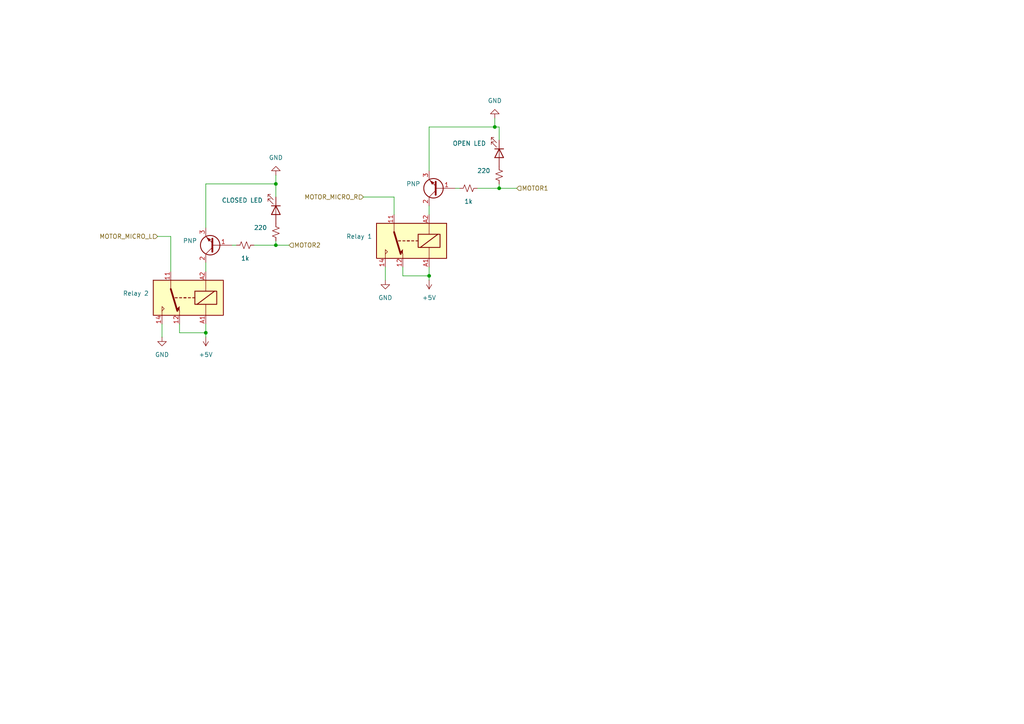
<source format=kicad_sch>
(kicad_sch (version 20231120) (generator "eeschema") (generator_version "8.0")
  (paper "A4")
  (lib_symbols
    (symbol "Device:LED" (pin_numbers hide) (pin_names (offset 1.016) hide)
      (property "Reference" "D" (at 0 2.54 0))
      (property "Value" "LED" (at 0 -2.54 0))
      (symbol "LED_0_1"
        (polyline (pts (xy -1.27 -1.27) (xy -1.27 1.27)) (stroke (width 0.254)))
        (polyline (pts (xy -1.27 0) (xy 1.27 0)))
        (polyline (pts (xy 1.27 -1.27) (xy 1.27 1.27) (xy -1.27 0) (xy 1.27 -1.27)) (stroke (width 0.254)))
        (polyline (pts (xy -3.048 -0.762) (xy -4.572 -2.286) (xy -3.81 -2.286) (xy -4.572 -2.286) (xy -4.572 -1.524)))
        (polyline (pts (xy -1.778 -0.762) (xy -3.302 -2.286) (xy -2.54 -2.286) (xy -3.302 -2.286) (xy -3.302 -1.524)))
      )
      (symbol "LED_1_1"
        (pin passive line (at -3.81 0 0) (length 2.54) (name "K") (number "1"))
        (pin passive line (at 3.81 0 180) (length 2.54) (name "A") (number "2"))
      )
    )
    (symbol "Device:R_Small_US" (pin_numbers hide) (pin_names (offset 0.254) hide)
      (property "Reference" "R" (at 0.762 0.508 0))
      (property "Value" "R_Small_US" (at 0.762 -1.016 0))
      (symbol "R_Small_US_1_1"
        (polyline (pts (xy 0 0) (xy 1.016 -0.381) (xy 0 -0.762) (xy -1.016 -1.143) (xy 0 -1.524)))
        (polyline (pts (xy 0 1.524) (xy 1.016 1.143) (xy 0 0.762) (xy -1.016 0.381) (xy 0 0)))
        (pin passive line (at 0 2.54 270) (length 1.016) (name "~") (number "1"))
        (pin passive line (at 0 -2.54 90) (length 1.016) (name "~") (number "2"))
      )
    )
    (symbol "Relay:FINDER-36.11"
      (property "Reference" "K" (at 11.43 3.81 0))
      (property "Value" "FINDER-36.11" (at 11.43 1.27 0))
      (symbol "FINDER-36.11_0_0"
        (polyline (pts (xy 2.54 3.81) (xy 2.54 5.08)))
        (polyline (pts (xy 7.62 3.81) (xy 7.62 5.08)))
        (polyline (pts (xy 7.62 3.81) (xy 7.62 2.54) (xy 6.985 3.175) (xy 7.62 3.81)))
      )
      (symbol "FINDER-36.11_0_1"
        (rectangle (start -10.16 5.08) (end 10.16 -5.08) (stroke (width 0.254)) (fill (type background)))
        (rectangle (start -8.255 1.905) (end -1.905 -1.905) (stroke (width 0.254)))
        (polyline (pts (xy -7.62 -1.905) (xy -2.54 1.905)) (stroke (width 0.254)))
        (polyline (pts (xy -5.08 -5.08) (xy -5.08 -1.905)))
        (polyline (pts (xy -5.08 5.08) (xy -5.08 1.905)))
        (polyline (pts (xy -1.905 0) (xy -1.27 0)) (stroke (width 0.254)))
        (polyline (pts (xy -0.635 0) (xy 0 0)) (stroke (width 0.254)))
        (polyline (pts (xy 0.635 0) (xy 1.27 0)) (stroke (width 0.254)))
        (polyline (pts (xy 0.635 0) (xy 1.27 0)) (stroke (width 0.254)))
        (polyline (pts (xy 1.905 0) (xy 2.54 0)) (stroke (width 0.254)))
        (polyline (pts (xy 3.175 0) (xy 3.81 0)) (stroke (width 0.254)))
        (polyline (pts (xy 5.08 -2.54) (xy 3.175 3.81)) (stroke (width 0.508)))
        (polyline (pts (xy 5.08 -2.54) (xy 5.08 -5.08)))
        (polyline (pts (xy 2.54 2.54) (xy 3.175 3.175) (xy 2.54 3.81)) (fill (type outline)))
      )
      (symbol "FINDER-36.11_1_1"
        (pin passive line (at 5.08 -7.62 90) (length 2.54) (name "~") (number "11"))
        (pin passive line (at 2.54 7.62 270) (length 2.54) (name "~") (number "12"))
        (pin passive line (at 7.62 7.62 270) (length 2.54) (name "~") (number "14"))
        (pin passive line (at -5.08 7.62 270) (length 2.54) (name "~") (number "A1"))
        (pin passive line (at -5.08 -7.62 90) (length 2.54) (name "~") (number "A2"))
      )
    )
    (symbol "Transistor_BJT:PZT2222A" (pin_names (offset 0) hide)
      (property "Reference" "Q" (at 5.08 1.905 0))
      (property "Value" "PZT2222A" (at 5.08 0 0))
      (symbol "PZT2222A_0_1"
        (polyline (pts (xy 0 0) (xy 0.635 0)))
        (polyline (pts (xy 2.54 -2.54) (xy 0.635 -0.635)))
        (polyline (pts (xy 2.54 2.54) (xy 0.635 0.635)))
        (polyline (pts (xy 0.635 1.905) (xy 0.635 -1.905) (xy 0.635 -1.905)) (stroke (width 0.508)))
        (polyline (pts (xy 2.286 -2.286) (xy 1.778 -1.778) (xy 1.778 -1.778)))
        (polyline (pts (xy 1.143 -1.651) (xy 1.651 -1.143) (xy 2.159 -2.159) (xy 1.143 -1.651) (xy 1.143 -1.651)) (fill (type outline)))
        (circle (center 1.27 0) (radius 2.8194) (stroke (width 0.254)))
      )
      (symbol "PZT2222A_1_1"
        (pin input line (at -5.08 0 0) (length 5.08) (name "B") (number "1"))
        (pin passive line (at 2.54 5.08 270) (length 2.54) (name "C") (number "2"))
        (pin passive line (at 2.54 -5.08 90) (length 2.54) (name "E") (number "3"))
      )
    )
    (symbol "power:+5V" (power) (pin_numbers hide) (pin_names (offset 0) hide)
      (property "Value" "+5V" (at 0 3.556 0))
      (symbol "+5V_0_1"
        (polyline (pts (xy -0.762 1.27) (xy 0 2.54)))
        (polyline (pts (xy 0 0) (xy 0 2.54)))
        (polyline (pts (xy 0 2.54) (xy 0.762 1.27)))
      )
      (symbol "+5V_1_1"
        (pin power_in line (at 0 0 90) (length 0) (name "~") (number "1"))
      )
    )
    (symbol "power:GND" (power) (pin_numbers hide) (pin_names (offset 0) hide)
      (property "Value" "GND" (at 0 -3.81 0))
      (symbol "GND_0_1"
        (polyline (pts (xy 0 0) (xy 0 -1.27) (xy 1.27 -1.27) (xy 0 -2.54) (xy -1.27 -1.27) (xy 0 -1.27)))
      )
      (symbol "GND_1_1"
        (pin power_in line (at 0 0 270) (length 0) (name "~") (number "1"))
      )
    )
  )
  (junction (at 59.69 96.52))
  (junction (at 80.01 71.12))
  (junction (at 143.51 36.83))
  (junction (at 124.46 80.01))
  (junction (at 80.01 53.34))
  (junction (at 144.78 54.61))
  (wire (pts (xy 59.69 96.52) (xy 59.69 97.79)))
  (wire (pts (xy 116.84 80.01) (xy 124.46 80.01)))
  (wire (pts (xy 80.01 69.85) (xy 80.01 71.12)))
  (wire (pts (xy 144.78 36.83) (xy 143.51 36.83)))
  (wire (pts (xy 80.01 57.15) (xy 80.01 53.34)))
  (wire (pts (xy 59.69 53.34) (xy 80.01 53.34)))
  (wire (pts (xy 144.78 54.61) (xy 149.86 54.61)))
  (wire (pts (xy 68.58 71.12) (xy 67.31 71.12)))
  (wire (pts (xy 80.01 71.12) (xy 83.82 71.12)))
  (wire (pts (xy 59.69 93.98) (xy 59.69 96.52)))
  (wire (pts (xy 59.69 76.2) (xy 59.69 78.74)))
  (wire (pts (xy 133.35 54.61) (xy 132.08 54.61)))
  (wire (pts (xy 143.51 36.83) (xy 143.51 34.29)))
  (wire (pts (xy 144.78 53.34) (xy 144.78 54.61)))
  (wire (pts (xy 105.41 57.15) (xy 114.3 57.15)))
  (wire (pts (xy 52.07 93.98) (xy 52.07 96.52)))
  (wire (pts (xy 80.01 53.34) (xy 80.01 50.8)))
  (wire (pts (xy 111.76 81.28) (xy 111.76 77.47)))
  (wire (pts (xy 114.3 57.15) (xy 114.3 62.23)))
  (wire (pts (xy 138.43 54.61) (xy 144.78 54.61)))
  (wire (pts (xy 124.46 36.83) (xy 124.46 49.53)))
  (wire (pts (xy 46.99 97.79) (xy 46.99 93.98)))
  (wire (pts (xy 124.46 36.83) (xy 143.51 36.83)))
  (wire (pts (xy 124.46 80.01) (xy 124.46 81.28)))
  (wire (pts (xy 124.46 77.47) (xy 124.46 80.01)))
  (wire (pts (xy 49.53 68.58) (xy 49.53 78.74)))
  (wire (pts (xy 52.07 96.52) (xy 59.69 96.52)))
  (wire (pts (xy 73.66 71.12) (xy 80.01 71.12)))
  (wire (pts (xy 116.84 77.47) (xy 116.84 80.01)))
  (wire (pts (xy 49.53 68.58) (xy 45.72 68.58)))
  (wire (pts (xy 124.46 59.69) (xy 124.46 62.23)))
  (wire (pts (xy 144.78 40.64) (xy 144.78 36.83)))
  (wire (pts (xy 59.69 53.34) (xy 59.69 66.04)))
  (hierarchical_label "MOTOR1" (shape input) (at 149.86 54.61 0))
  (hierarchical_label "MOTOR_MICRO_R" (shape input) (at 105.41 57.15 180))
  (hierarchical_label "MOTOR_MICRO_L" (shape input) (at 45.72 68.58 180))
  (hierarchical_label "MOTOR2" (shape input) (at 83.82 71.12 0))
  (symbol (lib_id "power:+5V") (at 59.69 97.79 180) (unit 1)
    (property "Reference" "#PWR3" (effects (hide yes)))
    (property "Value" "+5V" (at 59.69 102.87 0))
    (property "Description" "Power symbol creates a global label with name \"+5V\"" (effects (hide yes)))
  )
  (symbol (lib_id "power:GND") (at 80.01 50.8 180) (unit 1)
    (property "Reference" "#PWR13" (effects (hide yes)))
    (property "Value" "GND" (at 80.01 45.72 0))
    (property "Description" "Power symbol creates a global label with name \"GND\" , ground" (effects (hide yes)))
  )
  (symbol (lib_id "Device:LED") (at 144.78 44.45 270) (unit 1)
    (property "Reference" "D5" (effects (hide yes)))
    (property "Value" "OPEN LED" (at 140.97 41.5926 90) (effects (justify right)))
    (property "Footprint" "LED_SMD:LED_0402_1005Metric" (effects (hide yes)))
    (property "Description" "Light emitting diode" (effects (hide yes)))
  )
  (symbol (lib_id "power:GND") (at 46.99 97.79 0) (unit 1)
    (property "Reference" "#PWR2" (effects (hide yes)))
    (property "Value" "GND" (at 46.99 102.87 0))
    (property "Description" "Power symbol creates a global label with name \"GND\" , ground" (effects (hide yes)))
  )
  (symbol (lib_id "power:GND") (at 143.51 34.29 180) (unit 1)
    (property "Reference" "#PWR48" (effects (hide yes)))
    (property "Value" "GND" (at 143.51 29.21 0))
    (property "Description" "Power symbol creates a global label with name \"GND\" , ground" (effects (hide yes)))
  )
  (symbol (lib_id "power:+5V") (at 124.46 81.28 180) (unit 1)
    (property "Reference" "#PWR47" (effects (hide yes)))
    (property "Value" "+5V" (at 124.46 86.36 0))
    (property "Description" "Power symbol creates a global label with name \"+5V\"" (effects (hide yes)))
  )
  (symbol (lib_id "Device:R_Small_US") (at 80.01 67.31 0) (unit 1)
    (property "Reference" "R19" (effects (hide yes)))
    (property "Value" "220" (at 77.47 66.0401 0) (effects (justify right)))
    (property "Footprint" "Resistor_SMD:R_0402_1005Metric" (effects (hide yes)))
    (property "Description" "Resistor, small US symbol" (effects (hide yes)))
  )
  (symbol (lib_id "Device:R_Small_US") (at 135.89 54.61 270) (unit 1)
    (property "Reference" "R20" (effects (hide yes)))
    (property "Value" "1k" (at 135.89 58.42 90))
    (property "Footprint" "Resistor_SMD:R_0402_1005Metric" (effects (hide yes)))
    (property "Description" "Resistor, small US symbol" (effects (hide yes)))
  )
  (symbol (lib_id "power:GND") (at 111.76 81.28 0) (unit 1)
    (property "Reference" "#PWR14" (effects (hide yes)))
    (property "Value" "GND" (at 111.76 86.36 0))
    (property "Description" "Power symbol creates a global label with name \"GND\" , ground" (effects (hide yes)))
  )
  (symbol (lib_id "Device:R_Small_US") (at 71.12 71.12 270) (unit 1)
    (property "Reference" "R18" (effects (hide yes)))
    (property "Value" "1k" (at 71.12 74.93 90))
    (property "Footprint" "Resistor_SMD:R_0402_1005Metric" (effects (hide yes)))
    (property "Description" "Resistor, small US symbol" (effects (hide yes)))
  )
  (symbol (lib_id "Relay:FINDER-36.11") (at 54.61 86.36 180) (unit 1)
    (property "Reference" "K3" (effects (hide yes)))
    (property "Value" "Relay 2" (at 43.18 85.0901 0) (effects (justify left)))
    (property "Footprint" "Relay_THT:Relay_SPDT_Finder_36.11" (effects (hide yes)))
    (property "Datasheet" "https://gfinder.findernet.com/public/attachments/36/EN/S36EN.pdf" (effects (hide yes)))
  )
  (symbol (lib_id "Device:LED") (at 80.01 60.96 270) (unit 1)
    (property "Reference" "D4" (effects (hide yes)))
    (property "Value" "CLOSED LED" (at 76.2 58.1026 90) (effects (justify right)))
    (property "Footprint" "LED_SMD:LED_0402_1005Metric" (effects (hide yes)))
    (property "Description" "Light emitting diode" (effects (hide yes)))
  )
  (symbol (lib_id "Transistor_BJT:PZT2222A") (at 127 54.61 180) (unit 1)
    (property "Reference" "Q7" (effects (hide yes)))
    (property "Value" "PNP" (at 121.92 53.3401 0) (effects (justify left)))
    (property "Footprint" "Package_TO_SOT_SMD:SOT-223-3_TabPin2" (effects (hide yes)))
    (property "Datasheet" "https://www.onsemi.com/pub/Collateral/PN2222-D.PDF" (effects (hide yes)))
    (property "Description" "1A Ic, 40V Vce, NPN Transistor, General Purpose Transistor, SOT-223" (effects (hide yes)))
  )
  (symbol (lib_id "Transistor_BJT:PZT2222A") (at 62.23 71.12 180) (unit 1)
    (property "Reference" "Q6" (effects (hide yes)))
    (property "Value" "PNP" (at 57.15 69.8501 0) (effects (justify left)))
    (property "Footprint" "Package_TO_SOT_SMD:SOT-223-3_TabPin2" (effects (hide yes)))
    (property "Datasheet" "https://www.onsemi.com/pub/Collateral/PN2222-D.PDF" (effects (hide yes)))
    (property "Description" "1A Ic, 40V Vce, NPN Transistor, General Purpose Transistor, SOT-223" (effects (hide yes)))
  )
  (symbol (lib_id "Relay:FINDER-36.11") (at 119.38 69.85 180) (unit 1)
    (property "Reference" "K4" (effects (hide yes)))
    (property "Value" "Relay 1" (at 107.95 68.5801 0) (effects (justify left)))
    (property "Footprint" "Relay_THT:Relay_SPDT_Finder_36.11" (effects (hide yes)))
    (property "Datasheet" "https://gfinder.findernet.com/public/attachments/36/EN/S36EN.pdf" (effects (hide yes)))
  )
  (symbol (lib_id "Device:R_Small_US") (at 144.78 50.8 0) (unit 1)
    (property "Reference" "R21" (effects (hide yes)))
    (property "Value" "220" (at 142.24 49.5301 0) (effects (justify right)))
    (property "Footprint" "Resistor_SMD:R_0402_1005Metric" (effects (hide yes)))
    (property "Description" "Resistor, small US symbol" (effects (hide yes)))
  )
)
</source>
